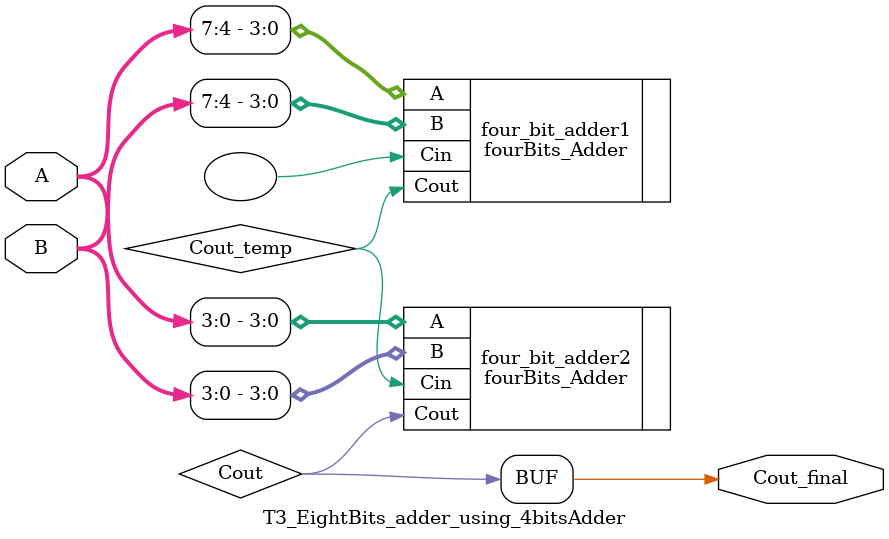
<source format=sv>
`timescale 1ns / 1ps


module T3_EightBits_adder_using_4bitsAdder(

  input logic [7:0] A,
  input logic [7:0] B,
  output logic Cout_final
);


   logic Cout_temp;


 fourBits_Adder four_bit_adder1(
.Cin(),
.A(A[7:4]),
.B(B[7:4]),
.Cout(Cout_temp));

 fourBits_Adder four_bit_adder2(
.Cin(Cout_temp),
.A(A[3:0]),
.B(B[3:0]),
.Cout(Cout));

assign Cout_final = Cout;

endmodule

    
</source>
